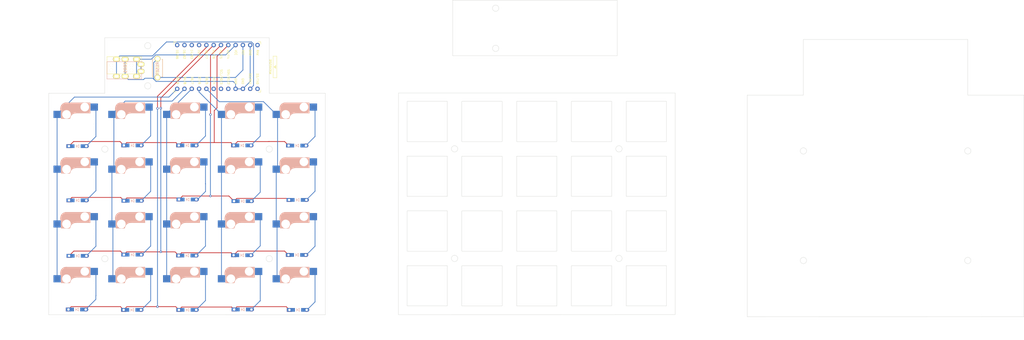
<source format=kicad_pcb>
(kicad_pcb (version 20221018) (generator pcbnew)
  (layers (0 "F.Cu" signal) (31 "B.Cu" signal) (34 "B.Paste" user) (35 "F.Paste" user) (36 "B.SilkS" user "B.Silkscreen") (37 "F.SilkS" user "F.Silkscreen") (38 "B.Mask" user) (39 "F.Mask" user) (44 "Edge.Cuts" user))
  (net 0 "")
  (net 1 "row0")
  (net 2 "Net-(D1-A)")
  (net 3 "Net-(D2-A)")
  (net 4 "Net-(D3-A)")
  (net 5 "Net-(D4-A)")
  (net 6 "Net-(D5-A)")
  (net 7 "row1")
  (net 8 "Net-(D6-A)")
  (net 9 "Net-(D7-A)")
  (net 10 "Net-(D8-A)")
  (net 11 "Net-(D9-A)")
  (net 12 "Net-(D10-A)")
  (net 13 "row2")
  (net 14 "Net-(D11-A)")
  (net 15 "row3")
  (net 16 "Net-(D12-A)")
  (net 17 "Net-(D13-A)")
  (net 18 "Net-(D14-A)")
  (net 19 "Net-(D15-A)")
  (net 20 "Net-(D16-A)")
  (net 21 "Net-(D17-A)")
  (net 22 "Net-(D18-A)")
  (net 23 "Net-(D19-A)")
  (net 24 "Net-(D20-A)")
  (net 25 "col0")
  (net 26 "col1")
  (net 27 "col2")
  (net 28 "col3")
  (net 29 "col4")
  (net 30 "reset")
  (net 31 "GND")
  (net 33 "data")
  (net 41 "VCC")
  (net 43 "unconnected-(J1-PadA)")
  (footprint "kbd:MJ-4PP-9" (layer "F.Cu") (at 10.26 -19.62 90)
    (fp_text reference "J1")
    (fp_text value "MJ-4PP-9" hide)
  )
  (footprint "kbd:CherryMX_Hotswap" (layer "F.Cu") (at 76.2 38.1)
    (fp_text reference "SW15" hide)
    (fp_text value "SW_PUSH" hide)
  )
  (footprint "kbd:CherryMX_Hotswap" (layer "F.Cu") (at 0 0)
    (fp_text reference "SW1" hide)
    (fp_text value "SW_PUSH" hide)
  )
  (footprint "kbd:ProMicro_v3" (layer "F.Cu") (at 48.122 -19.0414 -90)
    (fp_text reference "U1" hide)
    (fp_text value "ProMicro" hide)
  )
  (footprint "kbd:CherryMX_Hotswap" (layer "F.Cu") (at 57.15 38.1)
    (fp_text reference "SW14" hide)
    (fp_text value "SW_PUSH" hide)
  )
  (footprint "kbd:CherryMX_Hotswap" (layer "F.Cu") (at 19.05 0)
    (fp_text reference "SW2" hide)
    (fp_text value "SW_PUSH" hide)
  )
  (footprint "kbd:CherryMX_Hotswap" (layer "F.Cu") (at 19.05 57.15)
    (fp_text reference "SW17" hide)
    (fp_text value "SW_PUSH" hide)
  )
  (footprint "kbd:CherryMX_Hotswap" (layer "F.Cu") (at 76.2 0)
    (fp_text reference "SW5" hide)
    (fp_text value "SW_PUSH" hide)
  )
  (footprint "kbd:CherryMX_Hotswap" (layer "F.Cu") (at 19.05 19.05)
    (fp_text reference "SW7" hide)
    (fp_text value "SW_PUSH" hide)
  )
  (footprint "kbd:CherryMX_Hotswap" (layer "F.Cu") (at 76.2 57.15)
    (fp_text reference "SW20" hide)
    (fp_text value "SW_PUSH" hide)
  )
  (footprint "kbd:CherryMX_Hotswap" (layer "F.Cu") (at 38.1 19.05)
    (fp_text reference "SW8" hide)
    (fp_text value "SW_PUSH" hide)
  )
  (footprint "kbd:CherryMX_Hotswap" (layer "F.Cu") (at 76.2 19.05)
    (fp_text reference "SW10" hide)
    (fp_text value "SW_PUSH" hide)
  )
  (footprint "kbd:CherryMX_Hotswap" (layer "F.Cu") (at 38.1 0)
    (fp_text reference "SW3" hide)
    (fp_text value "SW_PUSH" hide)
  )
  (footprint "kbd:CherryMX_Hotswap" (layer "F.Cu") (at 0 57.15)
    (fp_text reference "SW16" hide)
    (fp_text value "SW_PUSH" hide)
  )
  (footprint "kbd:CherryMX_Hotswap" (layer "F.Cu") (at 38.1 57.15)
    (fp_text reference "SW18" hide)
    (fp_text value "SW_PUSH" hide)
  )
  (footprint "kbd:CherryMX_Hotswap" (layer "F.Cu") (at 19.05 38.1)
    (fp_text reference "SW12" hide)
    (fp_text value "SW_PUSH" hide)
  )
  (footprint "kbd:CherryMX_Hotswap" (layer "F.Cu") (at 57.15 19.05)
    (fp_text reference "SW9" hide)
    (fp_text value "SW_PUSH" hide)
  )
  (footprint "kbd:ResetSW" (layer "F.Cu") (at 27.83 -18.63 -90)
    (fp_text reference "SW21" hide)
    (fp_text value "SW_PUSH")
  )
  (footprint "kbd:CherryMX_Hotswap" (layer "F.Cu") (at 0 38.1)
    (fp_text reference "SW11" hide)
    (fp_text value "SW_PUSH" hide)
  )
  (footprint "kbd:CherryMX_Hotswap" (layer "F.Cu") (at 0 19.05)
    (fp_text reference "SW6" hide)
    (fp_text value "SW_PUSH" hide)
  )
  (footprint "kbd:CherryMX_Hotswap" (layer "F.Cu") (at 57.15 0)
    (fp_text reference "SW4" hide)
    (fp_text value "SW_PUSH" hide)
  )
  (footprint "kbd:CherryMX_Hotswap" (layer "F.Cu") (at 38.1 38.1)
    (fp_text reference "SW13" hide)
    (fp_text value "SW_PUSH" hide)
  )
  (footprint "kbd:CherryMX_Hotswap" (layer "F.Cu") (at 57.15 57.15)
    (fp_text reference "SW19" hide)
    (fp_text value "SW_PUSH" hide)
  )
  (footprint "kbd:D3_TH_SMD_v2" (layer "B.Cu") (at 76.36 46.3325)
    (fp_text reference "D15" hide)
    (fp_text value "D" hide)
  )
  (footprint "kbd:D3_TH_SMD_v2" (layer "B.Cu") (at 0.07 46.64)
    (fp_text reference "D11" hide)
    (fp_text value "D" hide)
  )
  (footprint "kbd:D3_TH_SMD_v2" (layer "B.Cu") (at 57.33 8.24)
    (fp_text reference "D4" hide)
    (fp_text value "D" hide)
  )
  (footprint "kbd:D3_TH_SMD_v2" (layer "B.Cu") (at 0.05 27.34)
    (fp_text reference "D6" hide)
    (fp_text value "D" hide)
  )
  (footprint "kbd:D3_TH_SMD_v2" (layer "B.Cu") (at 57.44 27.63)
    (fp_text reference "D9" hide)
    (fp_text value "D" hide)
  )
  (footprint "kbd:D3_TH_SMD_v2" (layer "B.Cu") (at 38.31 27.05)
    (fp_text reference "D8" hide)
    (fp_text value "D" hide)
  )
  (footprint "kbd:D3_TH_SMD_v2" (layer "B.Cu") (at 76.695 65.43)
    (fp_text reference "D20" hide)
    (fp_text value "D" hide)
  )
  (footprint "kbd:D3_TH_SMD_v2" (layer "B.Cu") (at 19.06125 65.43)
    (fp_text reference "D17" hide)
    (fp_text value "D" hide)
  )
  (footprint "kbd:D3_TH_SMD_v2" (layer "B.Cu") (at 19.1425 46.23)
    (fp_text reference "D12" hide)
    (fp_text value "D" hide)
  )
  (footprint "kbd:D3_TH_SMD_v2" (layer "B.Cu") (at 76.57 27.195)
    (fp_text reference "D10" hide)
    (fp_text value "D" hide)
  )
  (footprint "kbd:D3_TH_SMD_v2" (layer "B.Cu") (at 76.43 8.3)
    (fp_text reference "D5" hide)
    (fp_text value "D" hide)
  )
  (footprint "kbd:D3_TH_SMD_v2" (layer "B.Cu") (at 38.215 46.5375)
    (fp_text reference "D13" hide)
    (fp_text value "D" hide)
  )
  (footprint "kbd:D3_TH_SMD_v2" (layer "B.Cu") (at 0.03 8.51)
    (fp_text reference "D1" hide)
    (fp_text value "D" hide)
  )
  (footprint "kbd:D3_TH_SMD_v2" (layer "B.Cu") (at 57.2875 46.435)
    (fp_text reference "D14" hide)
    (fp_text value "D" hide)
  )
  (footprint "kbd:D3_TH_SMD_v2" (layer "B.Cu") (at 19.18 27.485)
    (fp_text reference "D7" hide)
    (fp_text value "D" hide)
  )
  (footprint "kbd:D3_TH_SMD_v2" (layer "B.Cu") (at 38.23 8.24)
    (fp_text reference "D3" hide)
    (fp_text value "D" hide)
  )
  (footprint "kbd:D3_TH_SMD_v2" (layer "B.Cu") (at 57.48375 65.3)
    (fp_text reference "D19" hide)
    (fp_text value "D" hide)
  )
  (footprint "kbd:D3_TH_SMD_v2" (layer "B.Cu") (at 38.2725 65.43)
    (fp_text reference "D18" hide)
    (fp_text value "D" hide)
  )
  (footprint "kbd:D3_TH_SMD_v2" (layer "B.Cu") (at -0.15 65.3)
    (fp_text reference "D16" hide)
    (fp_text value "D" hide)
  )
  (footprint "kbd:D3_TH_SMD_v2" (layer "B.Cu") (at 19.13 8.24)
    (fp_text reference "D2" hide)
    (fp_text value "D" hide)
  )
  (gr_circle (center 145.41 -25.51) (end 146.51 -25.51) (stroke (width 0.1)) (fill none) (layer "Edge.Cuts"))
  (gr_circle (center 188.29 9.44) (end 189.39 9.44) (stroke (width 0.1)) (fill none) (layer "Edge.Cuts"))
  (gr_line (start 329.11 -9.26) (end 309.59 -9.26) (stroke (width 0.1)) (layer "Edge.Cuts"))
  (gr_circle (center 309.59 10.16) (end 310.69 10.16) (stroke (width 0.1)) (fill none) (layer "Edge.Cuts"))
  (gr_line (start 252.42 -28.59) (end 309.59 -28.59) (stroke (width 0.1)) (layer "Edge.Cuts"))
  (gr_rect (start 152.71 31.02) (end 166.71 45.02) (stroke (width 0.1)) (fill none) (layer "Edge.Cuts"))
  (gr_circle (center 24.44 -12.46) (end 25.54 -12.46) (stroke (width 0.1)) (fill none) (layer "Edge.Cuts"))
  (gr_rect (start 114.61 50.06) (end 128.61 64.06) (stroke (width 0.1)) (fill none) (layer "Edge.Cuts"))
  (gr_rect (start 133.66 50.07) (end 147.66 64.07) (stroke (width 0.1)) (fill none) (layer "Edge.Cuts"))
  (gr_rect (start 190.81 50.06) (end 204.81 64.06) (stroke (width 0.1)) (fill none) (layer "Edge.Cuts"))
  (gr_circle (center 9.52 9.53) (end 10.62 9.53) (stroke (width 0.1)) (fill none) (layer "Edge.Cuts"))
  (gr_circle (center 252.43 10.16) (end 253.53 10.16) (stroke (width 0.1)) (fill none) (layer "Edge.Cuts"))
  (gr_line (start 207.81 67.06) (end 111.61 67.08) (stroke (width 0.1)) (layer "Edge.Cuts"))
  (gr_rect (start 114.61 31.01) (end 128.61 45.01) (stroke (width 0.1)) (fill none) (layer "Edge.Cuts"))
  (gr_circle (center 145.41 -39.47) (end 146.51 -39.47) (stroke (width 0.1)) (fill none) (layer "Edge.Cuts"))
  (gr_rect (start 190.81 -7.09) (end 204.81 6.91) (stroke (width 0.1)) (fill none) (layer "Edge.Cuts"))
  (gr_line (start 86.2 -9.89) (end 86.2 67.15) (stroke (width 0.1)) (layer "Edge.Cuts"))
  (gr_line (start 66.68 -9.89) (end 66.68 -29.22) (stroke (width 0.1)) (layer "Edge.Cuts"))
  (gr_circle (center 9.52 47.63) (end 10.62 47.63) (stroke (width 0.1)) (fill none) (layer "Edge.Cuts"))
  (gr_rect (start 133.66 -7.08) (end 147.66 6.92) (stroke (width 0.1)) (fill none) (layer "Edge.Cuts"))
  (gr_rect (start 114.61 11.97) (end 128.61 25.97) (stroke (width 0.1)) (fill none) (layer "Edge.Cuts"))
  (gr_line (start 207.81 -9.98) (end 207.81 67.06) (stroke (width 0.1)) (layer "Edge.Cuts"))
  (gr_line (start 329.11 -9.26) (end 329.11 67.78) (stroke (width 0.1)) (layer "Edge.Cuts"))
  (gr_line (start 187.65 -22.94) (end 130.48 -22.94) (stroke (width 0.1)) (layer "Edge.Cuts"))
  (gr_rect (start 133.66 31.02) (end 147.66 45.02) (stroke (width 0.1)) (fill none) (layer "Edge.Cuts"))
  (gr_rect (start 152.71 -7.08) (end 166.71 6.92) (stroke (width 0.1)) (fill none) (layer "Edge.Cuts"))
  (gr_circle (center 188.29 47.54) (end 189.39 47.54) (stroke (width 0.1)) (fill none) (layer "Edge.Cuts"))
  (gr_rect (start 114.61 -7.09) (end 128.61 6.91) (stroke (width 0.1)) (fill none) (layer "Edge.Cuts"))
  (gr_line (start 9.51 -29.22) (end 66.68 -29.22) (stroke (width 0.1)) (layer "Edge.Cuts"))
  (gr_rect (start 133.66 11.98) (end 147.66 25.98) (stroke (width 0.1)) (fill none) (layer "Edge.Cuts"))
  (gr_circle (center 24.44 -26.42) (end 25.54 -26.42) (stroke (width 0.1)) (fill none) (layer "Edge.Cuts"))
  (gr_line (start 232.91 67.8) (end 232.92 -9.26) (stroke (width 0.1)) (layer "Edge.Cuts"))
  (gr_rect (start 152.71 50.07) (end 166.71 64.07) (stroke (width 0.1)) (fill none) (layer "Edge.Cuts"))
  (gr_rect (start 171.76 31.01) (end 185.76 45.01) (stroke (width 0.1)) (fill none) (layer "Edge.Cuts"))
  (gr_circle (center 131.13 47.54) (end 132.23 47.54) (stroke (width 0.1)) (fill none) (layer "Edge.Cuts"))
  (gr_rect (start 190.81 11.97) (end 204.81 25.97) (stroke (width 0.1)) (fill none) (layer "Edge.Cuts"))
  (gr_line (start 9.51 -29.22) (end 9.51 -9.89) (stroke (width 0.1)) (layer "Edge.Cuts"))
  (gr_line (start 252.42 -9.26) (end 232.92 -9.26) (stroke (width 0.1)) (layer "Edge.Cuts"))
  (gr_line (start 252.42 -28.59) (end 252.42 -9.26) (stroke (width 0.1)) (layer "Edge.Cuts"))
  (gr_circle (center 309.59 48.26) (end 310.69 48.26) (stroke (width 0.1)) (fill none) (layer "Edge.Cuts"))
  (gr_line (start 9.51 -9.89) (end -9.99 -9.89) (stroke (width 0.1)) (layer "Edge.Cuts"))
  (gr_line (start 86.2 67.15) (end -10 67.17) (stroke (width 0.1)) (layer "Edge.Cuts"))
  (gr_line (start 207.81 -9.98) (end 111.62 -9.98) (stroke (width 0.1)) (layer "Edge.Cuts"))
  (gr_line (start 187.65 -22.94) (end 187.65 -42.27) (stroke (width 0.1)) (layer "Edge.Cuts"))
  (gr_circle (center 66.68 47.63) (end 67.78 47.63) (stroke (width 0.1)) (fill none) (layer "Edge.Cuts"))
  (gr_line (start 86.2 -9.89) (end 66.68 -9.89) (stroke (width 0.1)) (layer "Edge.Cuts"))
  (gr_line (start 130.48 -42.27) (end 187.65 -42.27) (stroke (width 0.1)) (layer "Edge.Cuts"))
  (gr_rect (start 171.76 11.97) (end 185.76 25.97) (stroke (width 0.1)) (fill none) (layer "Edge.Cuts"))
  (gr_rect (start 190.81 31.01) (end 204.81 45.01) (stroke (width 0.1)) (fill none) (layer "Edge.Cuts"))
  (gr_line (start 329.11 67.78) (end 232.91 67.8) (stroke (width 0.1)) (layer "Edge.Cuts"))
  (gr_line (start 309.59 -9.26) (end 309.59 -28.59) (stroke (width 0.1)) (layer "Edge.Cuts"))
  (gr_rect (start 152.71 11.98) (end 166.71 25.98) (stroke (width 0.1)) (fill none) (layer "Edge.Cuts"))
  (gr_line (start 130.48 -42.27) (end 130.48 -22.94) (stroke (width 0.1)) (layer "Edge.Cuts"))
  (gr_circle (center 252.43 48.26) (end 253.53 48.26) (stroke (width 0.1)) (fill none) (layer "Edge.Cuts"))
  (gr_rect (start 171.76 50.06) (end 185.76 64.06) (stroke (width 0.1)) (fill none) (layer "Edge.Cuts"))
  (gr_rect (start 171.76 -7.09) (end 185.76 6.91) (stroke (width 0.1)) (fill none) (layer "Edge.Cuts"))
  (gr_circle (center 66.68 9.53) (end 67.78 9.53) (stroke (width 0.1)) (fill none) (layer "Edge.Cuts"))
  (gr_line (start 111.61 67.08) (end 111.62 -9.98) (stroke (width 0.1)) (layer "Edge.Cuts"))
  (gr_line (start -10 67.17) (end -9.99 -9.89) (stroke (width 0.1)) (layer "Edge.Cuts"))
  (gr_circle (center 131.13 9.44) (end 132.23 9.44) (stroke (width 0.1)) (fill none) (layer "Edge.Cuts"))
  (segment (start 48.52 -22.73) (end 48.52 -4.81) (width 0.25) (layer "F.Cu") (net 1))
  (segment (start 47.53 7.265) (end 53.355 7.265) (width 0.25) (layer "F.Cu") (net 1))
  (segment (start 52.44 -26.65) (end 48.52 -22.73) (width 0.25) (layer "F.Cu") (net 1))
  (segment (start 48.52 -4.81) (end 47.56 -3.85) (width 0.25) (layer "F.Cu") (net 1))
  (segment (start 14.787273 6.897273) (end 16.13 8.24) (width 0.25) (layer "F.Cu") (net 1))
  (segment (start 47.56 -3.85) (end 47.56 7.235) (width 0.25) (layer "F.Cu") (net 1))
  (segment (start 55.651968 6.918032) (end 66.35003 6.918032) (width 0.25) (layer "F.Cu") (net 1))
  (segment (start 36.205 7.265) (end 47.53 7.265) (width 0.25) (layer "F.Cu") (net 1))
  (segment (start 34.255 7.265) (end 35.23 8.24) (width 0.25) (layer "F.Cu") (net 1))
  (segment (start 66.35003 6.918032) (end 66.68 6.897273) (width 0.25) (layer "F.Cu") (net 1))
  (segment (start 53.355 7.265) (end 54.33 8.24) (width 0.25) (layer "F.Cu") (net 1))
  (segment (start 72.027273 6.897273) (end 73.43 8.3) (width 0.25) (layer "F.Cu") (net 1))
  (segment (start 17.105 7.265) (end 34.255 7.265) (width 0.25) (layer "F.Cu") (net 1))
  (segment (start 54.33 8.24) (end 55.651968 6.918032) (width 0.25) (layer "F.Cu") (net 1))
  (segment (start -1.357273 6.897273) (end 14.787273 6.897273) (width 0.25) (layer "F.Cu") (net 1))
  (segment (start -2.97 8.51) (end -1.357273 6.897273) (width 0.25) (layer "F.Cu") (net 1))
  (segment (start 47.56 7.235) (end 47.53 7.265) (width 0.25) (layer "F.Cu") (net 1))
  (segment (start 66.68 6.897273) (end 72.027273 6.897273) (width 0.25) (layer "F.Cu") (net 1))
  (segment (start 35.23 8.24) (end 36.205 7.265) (width 0.25) (layer "F.Cu") (net 1))
  (segment (start 16.13 8.24) (end 17.105 7.265) (width 0.25) (layer "F.Cu") (net 1))
  (segment (start 5.842 -5.08) (end 6.405 -4.517) (width 0.25) (layer "B.Cu") (net 2))
  (segment (start 6.405 -4.517) (end 6.405 5.135) (width 0.25) (layer "B.Cu") (net 2))
  (segment (start 6.405 5.135) (end 3.03 8.51) (width 0.25) (layer "B.Cu") (net 2))
  (segment (start 25.455 4.915) (end 22.13 8.24) (width 0.25) (layer "B.Cu") (net 3))
  (segment (start 24.892 -5.08) (end 25.455 -4.517) (width 0.25) (layer "B.Cu") (net 3))
  (segment (start 25.455 -4.517) (end 25.455 4.915) (width 0.25) (layer "B.Cu") (net 3))
  (segment (start 43.942 -5.08) (end 44.505 -4.517) (width 0.25) (layer "B.Cu") (net 4))
  (segment (start 44.505 -4.517) (end 44.505 4.965) (width 0.25) (layer "B.Cu") (net 4))
  (segment (start 44.505 4.965) (end 41.23 8.24) (width 0.25) (layer "B.Cu") (net 4))
  (segment (start 63.555 5.015) (end 60.33 8.24) (width 0.25) (layer "B.Cu") (net 5))
  (segment (start 63.555 -4.517) (end 63.555 5.015) (width 0.25) (layer "B.Cu") (net 5))
  (segment (start 62.992 -5.08) (end 63.555 -4.517) (width 0.25) (layer "B.Cu") (net 5))
  (segment (start 82.042 -5.08) (end 82.605 -4.517) (width 0.25) (layer "B.Cu") (net 6))
  (segment (start 82.605 -4.517) (end 82.605 5.125) (width 0.25) (layer "B.Cu") (net 6))
  (segment (start 82.605 5.125) (end 79.43 8.3) (width 0.25) (layer "B.Cu") (net 6))
  (segment (start 54.44 27.63) (end 52.65 25.84) (width 0.25) (layer "F.Cu") (net 7))
  (segment (start 16.18 27.485) (end 15.025 26.33) (width 0.25) (layer "F.Cu") (net 7))
  (segment (start 49.9 -26.65) (end 46.26 -23.01) (width 0.25) (layer "F.Cu") (net 7))
  (segment (start 46.22 25.84) (end 36.52 25.84) (width 0.25) (layer "F.Cu") (net 7))
  (segment (start 35.31 27.05) (end 34.77 26.51) (width 0.25) (layer "F.Cu") (net 7))
  (segment (start 36.52 25.84) (end 35.31 27.05) (width 0.25) (layer "F.Cu") (net 7))
  (segment (start 55.415 26.655) (end 54.44 27.63) (width 0.25) (layer "F.Cu") (net 7))
  (segment (start 46.26 -2.53) (end 46.22 -2.49) (width 0.25) (layer "F.Cu") (net 7))
  (segment (start 52.65 25.84) (end 46.22 25.84) (width 0.25) (layer "F.Cu") (net 7))
  (segment (start 73.03 26.655) (end 55.415 26.655) (width 0.25) (layer "F.Cu") (net 7))
  (segment (start 46.26 -23.01) (end 46.26 -2.53) (width 0.25) (layer "F.Cu") (net 7))
  (segment (start 34.77 26.51) (end 17.155 26.51) (width 0.25) (layer "F.Cu") (net 7))
  (segment (start 15.025 26.33) (end -1.94 26.33) (width 0.25) (layer "F.Cu") (net 7))
  (segment (start -1.94 26.33) (end -2.95 27.34) (width 0.25) (layer "F.Cu") (net 7))
  (segment (start 73.57 27.195) (end 73.03 26.655) (width 0.25) (layer "F.Cu") (net 7))
  (segment (start 17.155 26.51) (end 16.18 27.485) (width 0.25) (layer "F.Cu") (net 7))
  (via (at 46.22 -2.49) (size 0.8) (drill 0.4) (layers "F.Cu" "B.Cu") (net 7))
  (via (at 46.22 25.84) (size 0.8) (drill 0.4) (layers "F.Cu" "B.Cu") (net 7))
  (segment (start 46.22 -2.49) (end 46.22 25.84) (width 0.25) (layer "B.Cu") (net 7))
  (segment (start 6.405 14.533) (end 6.405 23.985) (width 0.25) (layer "B.Cu") (net 8))
  (segment (start 6.405 23.985) (end 3.05 27.34) (width 0.25) (layer "B.Cu") (net 8))
  (segment (start 5.842 13.97) (end 6.405 14.533) (width 0.25) (layer "B.Cu") (net 8))
  (segment (start 22.18 27.485) (end 25.455 24.21) (width 0.25) (layer "B.Cu") (net 9))
  (segment (start 25.455 14.533) (end 24.892 13.97) (width 0.25) (layer "B.Cu") (net 9))
  (segment (start 25.455 24.21) (end 25.455 14.533) (width 0.25) (layer "B.Cu") (net 9))
  (segment (start 44.52 21.59) (end 44.52 24.26) (width 0.25) (layer "B.Cu") (net 10))
  (segment (start 44.505 21.575) (end 44.52 21.59) (width 0.25) (layer "B.Cu") (net 10))
  (segment (start 44.505 14.533) (end 44.505 21.575) (width 0.25) (layer "B.Cu") (net 10))
  (segment (start 41.73 27.05) (end 41.31 27.05) (width 0.25) (layer "B.Cu") (net 10))
  (segment (start 43.942 13.97) (end 44.505 14.533) (width 0.25) (layer "B.Cu") (net 10))
  (segment (start 44.52 24.26) (end 41.73 27.05) (width 0.25) (layer "B.Cu") (net 10))
  (segment (start 63.555 24.515) (end 60.44 27.63) (width 0.25) (layer "B.Cu") (net 11))
  (segment (start 62.992 13.97) (end 63.555 14.533) (width 0.25) (layer "B.Cu") (net 11))
  (segment (start 63.555 14.533) (end 63.555 24.515) (width 0.25) (layer "B.Cu") (net 11))
  (segment (start 82.605 14.533) (end 82.605 24.16) (width 0.25) (layer "B.Cu") (net 12))
  (segment (start 82.042 13.97) (end 82.605 14.533) (width 0.25) (layer "B.Cu") (net 12))
  (segment (start 82.605 24.16) (end 79.57 27.195) (width 0.25) (layer "B.Cu") (net 12))
  (segment (start 35.215 46.5375) (end 36.19 45.5625) (width 0.25) (layer "F.Cu") (net 13))
  (segment (start 55.725227 44.997273) (end 72.024773 44.997273) (width 0.25) (layer "F.Cu") (net 13))
  (segment (start 47.36 -26.65) (end 30.09 -9.38) (width 0.25) (layer "F.Cu") (net 13))
  (segment (start 54.2875 46.435) (end 55.725227 44.997273) (width 0.25) (layer "F.Cu") (net 13))
  (segment (start 33.9325 45.255) (end 35.215 46.5375) (width 0.25) (layer "F.Cu") (net 13))
  (segment (start 72.024773 44.997273) (end 73.36 46.3325) (width 0.25) (layer "F.Cu") (net 13))
  (segment (start 28.98 45.255) (end 33.9325 45.255) (width 0.25) (layer "F.Cu") (net 13))
  (segment (start 53.415 45.5625) (end 54.2875 46.435) (width 0.25) (layer "F.Cu") (net 13))
  (segment (start 17.1175 45.255) (end 28.98 45.255) (width 0.25) (layer "F.Cu") (net 13))
  (segment (start -1.287273 44.997273) (end 14.909773 44.997273) (width 0.25) (layer "F.Cu") (net 13))
  (segment (start 36.19 45.5625) (end 53.415 45.5625) (width 0.25) (layer "F.Cu") (net 13))
  (segment (start 30.09 -9.38) (end 28.97 -8.26) (width 0.25) (layer "F.Cu") (net 13))
  (segment (start 28.97 -8.26) (end 28.97 -4.72) (width 0.25) (layer "F.Cu") (net 13))
  (segment (start -2.93 46.64) (end -1.287273 44.997273) (width 0.25) (layer "F.Cu") (net 13))
  (segment (start 16.1425 46.23) (end 17.1175 45.255) (width 0.25) (layer "F.Cu") (net 13))
  (segment (start 14.909773 44.997273) (end 16.1425 46.23) (width 0.25) (layer "F.Cu") (net 13))
  (via (at 28.98 45.255) (size 0.8) (drill 0.4) (layers "F.Cu" "B.Cu") (net 13))
  (via (at 28.97 -4.72) (size 0.8) (drill 0.4) (layers "F.Cu" "B.Cu") (net 13))
  (segment (start 28.97 45.245) (end 28.98 45.255) (width 0.25) (layer "B.Cu") (net 13))
  (segment (start 28.97 -4.72) (end 28.97 45.245) (width 0.25) (layer "B.Cu") (net 13))
  (segment (start 6.405 43.305) (end 6.405 33.583) (width 0.25) (layer "B.Cu") (net 14))
  (segment (start 6.405 33.583) (end 5.842 33.02) (width 0.25) (layer "B.Cu") (net 14))
  (segment (start 3.07 46.64) (end 6.405 43.305) (width 0.25) (layer "B.Cu") (net 14))
  (segment (start 27.81 64.32) (end 17.17125 64.32) (width 0.25) (layer "F.Cu") (net 15))
  (segment (start 54.48375 65.3) (end 55.45875 64.325) (width 0.25) (layer "F.Cu") (net 15))
  (segment (start 72.59 64.325) (end 73.695 65.43) (width 0.25) (layer "F.Cu") (net 15))
  (segment (start 55.45875 64.325) (end 72.59 64.325) (width 0.25) (layer "F.Cu") (net 15))
  (segment (start 36.2475 64.455) (end 35.2725 65.43) (width 0.25) (layer "F.Cu") (net 15))
  (segment (start 16.06125 65.43) (end 14.95125 64.32) (width 0.25) (layer "F.Cu") (net 15))
  (segment (start 35.2725 65.43) (end 34.1625 64.32) (width 0.25) (layer "F.Cu") (net 15))
  (segment (start 54.48375 65.3) (end 53.63875 64.455) (width 0.25) (layer "F.Cu") (net 15))
  (segment (start 53.63875 64.455) (end 36.2475 64.455) (width 0.25) (layer "F.Cu") (net 15))
  (segment (start 17.17125 64.32) (end 16.06125 65.43) (width 0.25) (layer "F.Cu") (net 15))
  (segment (start -2.17 64.32) (end -3.15 65.3) (width 0.25) (layer "F.Cu") (net 15))
  (segment (start 27.82 -4.64) (end 27.82 -8.84) (width 0.25) (layer "F.Cu") (net 15))
  (segment (start 27.82 -8.84) (end 44.82 -25.84) (width 0.25) (layer "F.Cu") (net 15))
  (segment (start 44.82 -25.84) (end 44.82 -26.65) (width 0.25) (layer "F.Cu") (net 15))
  (segment (start 14.95125 64.32) (end -2.17 64.32) (width 0.25) (layer "F.Cu") (net 15))
  (segment (start 34.1625 64.32) (end 27.81 64.32) (width 0.25) (layer "F.Cu") (net 15))
  (via (at 27.82 -4.64) (size 0.8) (drill 0.4) (layers "F.Cu" "B.Cu") (net 15))
  (via (at 27.81 64.32) (size 0.8) (drill 0.4) (layers "F.Cu" "B.Cu") (net 15))
  (segment (start 27.82 -4.64) (end 27.82 64.31) (width 0.25) (layer "B.Cu") (net 15))
  (segment (start 27.82 64.31) (end 27.81 64.32) (width 0.25) (layer "B.Cu") (net 15))
  (segment (start 22.45 46.23) (end 22.1425 46.23) (width 0.25) (layer "B.Cu") (net 16))
  (segment (start 24.892 33.02) (end 25.455 33.583) (width 0.25) (layer "B.Cu") (net 16))
  (segment (start 25.455 43.225) (end 22.45 46.23) (width 0.25) (layer "B.Cu") (net 16))
  (segment (start 25.455 33.583) (end 25.455 43.225) (width 0.25) (layer "B.Cu") (net 16))
  (segment (start 44.505 43.2475) (end 41.215 46.5375) (width 0.25) (layer "B.Cu") (net 17))
  (segment (start 44.505 33.583) (end 44.505 43.2475) (width 0.25) (layer "B.Cu") (net 17))
  (segment (start 43.942 33.02) (end 44.505 33.583) (width 0.25) (layer "B.Cu") (net 17))
  (segment (start 63.555 33.583) (end 63.555 43.1675) (width 0.25) (layer "B.Cu") (net 18))
  (segment (start 62.992 33.02) (end 63.555 33.583) (width 0.25) (layer "B.Cu") (net 18))
  (segment (start 63.555 43.1675) (end 60.2875 46.435) (width 0.25) (layer "B.Cu") (net 18))
  (segment (start 79.5675 46.3325) (end 79.36 46.3325) (width 0.25) (layer "B.Cu") (net 19))
  (segment (start 82.042 33.02) (end 82.605 33.583) (width 0.25) (layer "B.Cu") (net 19))
  (segment (start 82.605 33.583) (end 82.605 43.295) (width 0.25) (layer "B.Cu") (net 19))
  (segment (start 82.605 43.295) (end 79.5675 46.3325) (width 0.25) (layer "B.Cu") (net 19))
  (segment (start 6.37 61.78) (end 6.37 60.52) (width 0.25) (layer "B.Cu") (net 20))
  (segment (start 2.85 65.3) (end 6.37 61.78) (width 0.25) (layer "B.Cu") (net 20))
  (segment (start 6.37 60.52) (end 6.405 60.485) (width 0.25) (layer "B.Cu") (net 20))
  (segment (start 6.405 52.633) (end 5.842 52.07) (width 0.25) (layer "B.Cu") (net 20))
  (segment (start 6.405 60.485) (end 6.405 52.633) (width 0.25) (layer "B.Cu") (net 20))
  (segment (start 25.455 62.185) (end 22.21 65.43) (width 0.25) (layer "B.Cu") (net 21))
  (segment (start 24.892 52.07) (end 25.455 52.633) (width 0.25) (layer "B.Cu") (net 21))
  (segment (start 22.21 65.43) (end 22.06125 65.43) (width 0.25) (layer "B.Cu") (net 21))
  (segment (start 25.455 52.633) (end 25.455 62.185) (width 0.25) (layer "B.Cu") (net 21))
  (segment (start 44.505 62.1975) (end 44.505 52.633) (width 0.25) (layer "B.Cu") (net 22))
  (segment (start 44.505 52.633) (end 43.942 52.07) (width 0.25) (layer "B.Cu") (net 22))
  (segment (start 41.2725 65.43) (end 44.505 62.1975) (width 0.25) (layer "B.Cu") (net 22))
  (segment (start 63.555 52.633) (end 63.555 62.315) (width 0.25) (layer "B.Cu") (net 23))
  (segment (start 62.992 52.07) (end 63.555 52.633) (width 0.25) (layer "B.Cu") (net 23))
  (segment (start 63.555 62.315) (end 63.46875 62.315) (width 0.25) (layer "B.Cu") (net 23))
  (segment (start 63.46875 62.315) (end 60.48375 65.3) (width 0.25) (layer "B.Cu") (net 23))
  (segment (start 82.605 52.633) (end 82.605 62.655) (width 0.25) (layer "B.Cu") (net 24))
  (segment (start 82.042 52.07) (end 82.605 52.633) (width 0.25) (layer "B.Cu") (net 24))
  (segment (start 82.605 62.655) (end 79.83 65.43) (width 0.25) (layer "B.Cu") (net 24))
  (segment (start 79.83 65.43) (end 79.695 65.43) (width 0.25) (layer "B.Cu") (net 24))
  (segment (start 34.66 -11.43) (end 31.78 -8.55) (width 0.25) (layer "B.Cu") (net 25))
  (segment (start -7.085 35.56) (end -7.085 54.61) (width 0.25) (layer "B.Cu") (net 25))
  (segment (start -1.075 -8.55) (end -7.085 -2.54) (width 0.25) (layer "B.Cu") (net 25))
  (segment (start 31.78 -8.55) (end -1.075 -8.55) (width 0.25) (layer "B.Cu") (net 25))
  (segment (start -7.085 16.51) (end -7.085 35.56) (width 0.25) (layer "B.Cu") (net 25))
  (segment (start -7.085 -2.54) (end -7.085 16.51) (width 0.25) (layer "B.Cu") (net 25))
  (segment (start 12.645 15.83) (end 12.645 -1.86) (width 0.25) (layer "B.Cu") (net 26))
  (segment (start 12.31 35.905) (end 11.965 35.56) (width 0.25) (layer "B.Cu") (net 26))
  (segment (start 37.2 -11.43) (end 32.91 -7.14) (width 0.25) (layer "B.Cu") (net 26))
  (segment (start 11.965 54.61) (end 12.31 54.265) (width 0.25) (layer "B.Cu") (net 26))
  (segment (start 32.91 -7.14) (end 16.565 -7.14) (width 0.25) (layer "B.Cu") (net 26))
  (segment (start 11.965 35.56) (end 11.965 16.51) (width 0.25) (layer "B.Cu") (net 26))
  (segment (start 16.565 -7.14) (end 11.965 -2.54) (width 0.25) (layer "B.Cu") (net 26))
  (segment (start 12.31 54.265) (end 12.31 35.905) (width 0.25) (layer "B.Cu") (net 26))
  (segment (start 12.645 -1.86) (end 11.965 -2.54) (width 0.25) (layer "B.Cu") (net 26))
  (segment (start 11.965 16.51) (end 12.645 15.83) (width 0.25) (layer "B.Cu") (net 26))
  (segment (start 31.015 16.51) (end 31.015 35.56) (width 0.25) (layer "B.Cu") (net 27))
  (segment (start 31.015 -2.54) (end 31.015 16.51) (width 0.25) (layer "B.Cu") (net 27))
  (segment (start 31.015 54.61) (end 31.015 35.56) (width 0.25) (layer "B.Cu") (net 27))
  (segment (start 31.015 -2.705) (end 31.015 -2.54) (width 0.25) (layer "B.Cu") (net 27))
  (segment (start 39.74 -11.43) (end 31.015 -2.705) (width 0.25) (layer "B.Cu") (net 27))
  (segment (start 50.065 35.56) (end 50.065 16.51) (width 0.25) (layer "B.Cu") (net 28))
  (segment (start 50.065 54.61) (end 50.065 35.56) (width 0.25) (layer "B.Cu") (net 28))
  (segment (start 42.28 -10.325) (end 50.065 -2.54) (width 0.25) (layer "B.Cu") (net 28))
  (segment (start 42.28 -11.43) (end 42.28 -10.325) (width 0.25) (layer "B.Cu") (net 28))
  (segment (start 50.065 16.51) (end 50.065 -2.54) (width 0.25) (layer "B.Cu") (net 28))
  (segment (start 44.82 -11.43) (end 49.295 -6.955) (width 0.25) (layer "B.Cu") (net 29))
  (segment (start 69.115 35.56) (end 69.4 35.845) (width 0.25) (layer "B.Cu") (net 29))
  (segment (start 64.7 -6.955) (end 69.115 -2.54) (width 0.25) (layer "B.Cu") (net 29))
  (segment (start 69.58 16.045) (end 69.115 16.51) (width 0.25) (layer "B.Cu") (net 29))
  (segment (start 49.295 -6.955) (end 64.7 -6.955) (width 0.25) (layer "B.Cu") (net 29))
  (segment (start 69.4 35.845) (end 69.4 54.325) (width 0.25) (layer "B.Cu") (net 29))
  (segment (start 69.115 16.51) (end 69.115 35.56) (width 0.25) (layer "B.Cu") (net 29))
  (segment (start 69.115 -2.54) (end 69.58 -2.075) (width 0.25) (layer "B.Cu") (net 29))
  (segment (start 69.4 54.325) (end 69.115 54.61) (width 0.25) (layer "B.Cu") (net 29))
  (segment (start 69.58 -2.075) (end 69.58 16.045) (width 0.25) (layer "B.Cu") (net 29))
  (segment (start 54.94 -15.38) (end 57.52 -17.96) (width 0.25) (layer "B.Cu") (net 30))
  (segment (start 27.83 -15.38) (end 54.94 -15.38) (width 0.25) (layer "B.Cu") (net 30))
  (segment (start 57.52 -17.96) (end 57.52 -26.65) (width 0.25) (layer "B.Cu") (net 30))
  (segment (start 26.505 -14.831167) (end 27.326167 -14.01) (width 0.25) (layer "B.Cu") (net 31))
  (segment (start 27.83 -21.88) (end 26.505 -20.555) (width 0.25) (layer "B.Cu") (net 31))
  (segment (start 16.56 -21.72) (end 16.56 -15.77) (width 0.25) (layer "B.Cu") (net 31))
  (segment (start 54.98 -13.15) (end 54.98 -11.43) (width 0.25) (layer "B.Cu") (net 31))
  (segment (start 26.226167 -15.11) (end 26.713083 -14.623083) (width 0.25) (layer "B.Cu") (net 31))
  (segment (start 60.06 -13.97) (end 60.06 -26.65) (width 0.25) (layer "B.Cu") (net 31))
  (segment (start 54.12 -14.01) (end 54.98 -13.15) (width 0.25) (layer "B.Cu") (net 31))
  (segment (start 26.505 -20.555) (end 26.505 -14.831167) (width 0.25) (layer "B.Cu") (net 31))
  (segment (start 57.52 -11.43) (end 60.06 -13.97) (width 0.25) (layer "B.Cu") (net 31))
  (segment (start 23.44431 -15.11) (end 26.226167 -15.11) (width 0.25) (layer "B.Cu") (net 31))
  (segment (start 54.98 -11.43) (end 57.52 -11.43) (width 0.25) (layer "B.Cu") (net 31))
  (segment (start 22.97931 -14.645) (end 23.44431 -15.11) (width 0.25) (layer "B.Cu") (net 31))
  (segment (start 27.326167 -14.01) (end 54.12 -14.01) (width 0.25) (layer "B.Cu") (net 31))
  (segment (start 16.56 -15.77) (end 17.685 -14.645) (width 0.25) (layer "B.Cu") (net 31))
  (segment (start 17.685 -14.645) (end 22.97931 -14.645) (width 0.25) (layer "B.Cu") (net 31))
  (segment (start 30.937 -27.737) (end 60.510251 -27.737) (width 0.25) (layer "B.Cu") (net 33))
  (segment (start 61.22 -27.027251) (end 61.22 -12.59) (width 0.25) (layer "B.Cu") (net 33))
  (segment (start 13.56 -21.72) (end 13.56 -15.77) (width 0.25) (layer "B.Cu") (net 33))
  (segment (start 61.22 -12.59) (end 60.06 -11.43) (width 0.25) (layer "B.Cu") (net 33))
  (segment (start 26.095 -22.895) (end 30.937 -27.737) (width 0.25) (layer "B.Cu") (net 33))
  (segment (start 13.56 -21.72) (end 14.735 -22.895) (width 0.25) (layer "B.Cu") (net 33))
  (segment (start 14.735 -22.895) (end 26.095 -22.895) (width 0.25) (layer "B.Cu") (net 33))
  (segment (start 60.510251 -27.737) (end 61.22 -27.027251) (width 0.25) (layer "B.Cu") (net 33))
  (segment (start 20.535 -21.695) (end 20.535 -15.795) (width 0.25) (layer "B.Cu") (net 41))
  (segment (start 25.66 -21.72) (end 27.18 -23.24) (width 0.25) (layer "B.Cu") (net 41))
  (segment (start 20.56 -21.72) (end 25.66 -21.72) (width 0.25) (layer "B.Cu") (net 41))
  (segment (start 51.57 -23.24) (end 54.98 -26.65) (width 0.25) (layer "B.Cu") (net 41))
  (segment (start 20.535 -15.795) (end 20.56 -15.77) (width 0.25) (layer "B.Cu") (net 41))
  (segment (start 20.56 -21.72) (end 20.535 -21.695) (width 0.25) (layer "B.Cu") (net 41))
  (segment (start 27.18 -23.24) (end 51.57 -23.24) (width 0.25) (layer "B.Cu") (net 41))
  (segment (start 22.06 -19.97) (end 22.06 -17.52) (width 0.25) (layer "B.Cu") (net 43))
)
</source>
